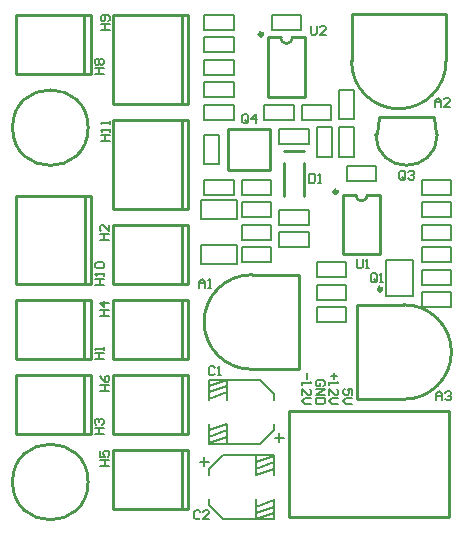
<source format=gto>
G04 Layer_Color=65535*
%FSLAX43Y43*%
%MOMM*%
G71*
G01*
G75*
%ADD20C,0.254*%
%ADD37C,0.300*%
%ADD38C,0.200*%
%ADD39C,0.152*%
%ADD40C,0.203*%
%ADD41C,0.127*%
D20*
X154400Y164640D02*
G03*
X162400Y164640I4000J-40D01*
G01*
X154745Y153300D02*
G03*
X155745Y153300I500J-10D01*
G01*
X148395Y166635D02*
G03*
X149395Y166635I500J-10D01*
G01*
X145960Y146545D02*
G03*
X145960Y138545I-40J-4000D01*
G01*
X156455Y158420D02*
G03*
X161655Y158420I2600J0D01*
G01*
X158815Y136005D02*
G03*
X158815Y144005I40J4000D01*
G01*
X132100Y129000D02*
G03*
X132100Y129000I-3200J0D01*
G01*
Y159000D02*
G03*
X132100Y159000I-3200J0D01*
G01*
X154400Y168600D02*
X162400D01*
X154400Y164640D02*
Y168600D01*
X162400Y164640D02*
Y168600D01*
X143970Y158850D02*
X147470D01*
X143970Y155450D02*
Y158850D01*
Y155450D02*
X147470D01*
Y158850D01*
X153645Y148300D02*
X156845D01*
X153645Y153300D02*
X154745D01*
X155745D02*
X156845D01*
X153645Y148300D02*
Y153300D01*
X156845Y148300D02*
Y153300D01*
X148680Y156985D02*
X150380D01*
Y153185D02*
Y156035D01*
X148680Y153185D02*
Y156035D01*
X150495Y161635D02*
Y166635D01*
X147295Y161635D02*
Y166635D01*
X149395D02*
X150495D01*
X147295D02*
X148395D01*
X147295Y161635D02*
X150495D01*
X149920Y138545D02*
Y146545D01*
X145960D02*
X149920D01*
X145960Y138545D02*
X149920D01*
X149130Y135020D02*
X162630D01*
X149130Y126020D02*
Y135020D01*
Y126020D02*
X162630D01*
Y135020D01*
X156455Y158420D02*
X156522Y158472D01*
X161588D02*
X161655Y158420D01*
X161405Y159920D02*
X161588Y158472D01*
X156522D02*
X156705Y159920D01*
X161405D01*
X154855Y136005D02*
Y144005D01*
Y136005D02*
X158815D01*
X154855Y144005D02*
X158815D01*
X134214Y139446D02*
X140564D01*
X134214Y144374D02*
X140564D01*
Y139446D02*
Y144374D01*
X134214Y139446D02*
Y144374D01*
X140005Y139446D02*
Y144374D01*
X134214Y133096D02*
X140564D01*
X134214Y138024D02*
X140564D01*
Y133096D02*
Y138024D01*
X134214Y133096D02*
Y138024D01*
X140005Y133096D02*
Y138024D01*
X134214Y126746D02*
X140564D01*
X134214Y131674D02*
X140564D01*
Y126746D02*
Y131674D01*
X134214Y126746D02*
Y131674D01*
X140005Y126746D02*
Y131674D01*
X125959Y133096D02*
X132309D01*
X125959Y138024D02*
X132309D01*
Y133096D02*
Y138024D01*
X125959Y133096D02*
Y138024D01*
X131750Y133096D02*
Y138024D01*
X125959Y139446D02*
X132309D01*
X125959Y144374D02*
X132309D01*
Y139446D02*
Y144374D01*
X125959Y139446D02*
Y144374D01*
X131750Y139446D02*
Y144374D01*
X126024Y145736D02*
X132374D01*
X126024Y153204D02*
X132374D01*
Y145736D02*
Y153204D01*
X126024Y145736D02*
Y153204D01*
X131815Y145736D02*
Y153204D01*
X134214Y145796D02*
X140564D01*
X134214Y150724D02*
X140564D01*
Y145796D02*
Y150724D01*
X134214Y145796D02*
Y150724D01*
X140005Y145796D02*
Y150724D01*
X134214Y152146D02*
X140564D01*
X134214Y159614D02*
X140564D01*
Y152146D02*
Y159614D01*
X134214Y152146D02*
Y159614D01*
X140005Y152146D02*
Y159614D01*
X134214Y161036D02*
X140564D01*
X134214Y168504D02*
X140564D01*
Y161036D02*
Y168504D01*
X134214Y161036D02*
Y168504D01*
X140005Y161036D02*
Y168504D01*
X125959Y163576D02*
X132309D01*
X125959Y168504D02*
X132309D01*
Y163576D02*
Y168504D01*
X125959Y163576D02*
Y168504D01*
X131750Y163576D02*
Y168504D01*
D37*
X156960Y145339D02*
G03*
X156960Y145339I-150J0D01*
G01*
X153220Y153575D02*
G03*
X153220Y153575I-150J0D01*
G01*
X146870Y166910D02*
G03*
X146870Y166910I-150J0D01*
G01*
D38*
X157310Y144739D02*
X159610D01*
Y147814D01*
X157310D02*
X159610D01*
X157310Y144739D02*
Y147814D01*
D39*
X151435Y159030D02*
X152705D01*
Y156540D02*
Y159030D01*
X151435Y156540D02*
X152705D01*
X151435D02*
Y159030D01*
X153340Y156540D02*
X154610D01*
X153340D02*
Y159030D01*
X154610D01*
Y156540D02*
Y159030D01*
X153340Y162205D02*
X154610D01*
Y159715D02*
Y162205D01*
X153340Y159715D02*
X154610D01*
X153340D02*
Y162205D01*
X141910Y155905D02*
X143180D01*
X141910D02*
Y158395D01*
X143180D01*
Y155905D02*
Y158395D01*
X150190Y159690D02*
Y160960D01*
X152680D01*
Y159690D02*
Y160960D01*
X150190Y159690D02*
X152680D01*
X147015D02*
Y160960D01*
X149505D01*
Y159690D02*
Y160960D01*
X147015Y159690D02*
X149505D01*
X148285Y157658D02*
Y158928D01*
X150775D01*
Y157658D02*
Y158928D01*
X148285Y157658D02*
X150775D01*
X154000Y154475D02*
Y155745D01*
X156490D01*
Y154475D02*
Y155745D01*
X154000Y154475D02*
X156490D01*
X147650Y167310D02*
Y168580D01*
X150140D01*
Y167310D02*
Y168580D01*
X147650Y167310D02*
X150140D01*
X141935Y165405D02*
Y166675D01*
X144425D01*
Y165405D02*
Y166675D01*
X141935Y165405D02*
X144425D01*
X141935Y167310D02*
Y168580D01*
X144425D01*
Y167310D02*
Y168580D01*
X141935Y167310D02*
X144425D01*
X141935Y163500D02*
Y164770D01*
X144425D01*
Y163500D02*
Y164770D01*
X141935Y163500D02*
X144425D01*
Y161595D02*
Y162865D01*
X141935Y161595D02*
X144425D01*
X141935D02*
Y162865D01*
X144425D01*
Y159690D02*
Y160960D01*
X141935Y159690D02*
X144425D01*
X141935D02*
Y160960D01*
X144425D01*
X141935Y153340D02*
Y154610D01*
X144425D01*
Y153340D02*
Y154610D01*
X141935Y153340D02*
X144425D01*
X141681Y147422D02*
Y149098D01*
Y147422D02*
X144679D01*
Y149098D01*
X141681D02*
X144679D01*
X150775Y150800D02*
Y152070D01*
X148285Y150800D02*
X150775D01*
X148285D02*
Y152070D01*
X150775D01*
X147600Y153340D02*
Y154610D01*
X145110Y153340D02*
X147600D01*
X145110D02*
Y154610D01*
X147600D01*
Y151435D02*
Y152705D01*
X145110Y151435D02*
X147600D01*
X145110D02*
Y152705D01*
X147600D01*
X150775Y148895D02*
Y150165D01*
X148285Y148895D02*
X150775D01*
X148285D02*
Y150165D01*
X150775D01*
X145110Y147625D02*
Y148895D01*
X147600D01*
Y147625D02*
Y148895D01*
X145110Y147625D02*
X147600D01*
X145110Y149530D02*
Y150800D01*
X147600D01*
Y149530D02*
Y150800D01*
X145110Y149530D02*
X147600D01*
X141681Y151232D02*
Y152908D01*
Y151232D02*
X144679D01*
Y152908D01*
X141681D02*
X144679D01*
X153950Y144450D02*
Y145720D01*
X151460Y144450D02*
X153950D01*
X151460D02*
Y145720D01*
X153950D01*
Y142545D02*
Y143815D01*
X151460Y142545D02*
X153950D01*
X151460D02*
Y143815D01*
X153950D01*
X151460Y146355D02*
Y147625D01*
X153950D01*
Y146355D02*
Y147625D01*
X151460Y146355D02*
X153950D01*
X162840Y143815D02*
Y145085D01*
X160350Y143815D02*
X162840D01*
X160350D02*
Y145085D01*
X162840D01*
Y153340D02*
Y154610D01*
X160350Y153340D02*
X162840D01*
X160350D02*
Y154610D01*
X162840D01*
Y151435D02*
Y152705D01*
X160350Y151435D02*
X162840D01*
X160350D02*
Y152705D01*
X162840D01*
X160350Y145720D02*
Y146990D01*
X162840D01*
Y145720D02*
Y146990D01*
X160350Y145720D02*
X162840D01*
X160350Y147625D02*
Y148895D01*
X162840D01*
Y147625D02*
Y148895D01*
X160350Y147625D02*
X162840D01*
X160350Y149530D02*
Y150800D01*
X162840D01*
Y149530D02*
Y150800D01*
X160350Y149530D02*
X162840D01*
D40*
X146628Y137675D02*
X147835Y136468D01*
X142335Y137675D02*
X146628D01*
X142335Y132175D02*
X146628D01*
X147835Y133382D01*
X147879Y132766D02*
X148641D01*
X148260Y132385D02*
Y133147D01*
X143891Y135941D02*
Y137675D01*
Y132175D02*
Y133909D01*
X142335Y137135D02*
X143891Y137675D01*
X142335Y136595D02*
X143891Y137135D01*
X142335Y136054D02*
X143891Y136595D01*
X142335Y132288D02*
X143891Y132829D01*
X142335D02*
X143891Y133369D01*
X142335D02*
X143891Y133909D01*
X147835Y135916D02*
Y136468D01*
Y133382D02*
Y133934D01*
X142335Y135916D02*
Y137675D01*
Y132175D02*
Y133934D01*
Y127032D02*
X143542Y125825D01*
X147835D01*
X143542Y131325D02*
X147835D01*
X142335Y130118D02*
X143542Y131325D01*
X141529Y130734D02*
X142291D01*
X141910Y130353D02*
Y131115D01*
X146279Y125825D02*
Y127559D01*
Y129591D02*
Y131325D01*
Y125825D02*
X147835Y126365D01*
X146279D02*
X147835Y126905D01*
X146279D02*
X147835Y127446D01*
X146279Y130671D02*
X147835Y131212D01*
X146279Y130131D02*
X147835Y130671D01*
X146279Y129591D02*
X147835Y130131D01*
X142335Y127032D02*
Y127584D01*
Y129566D02*
Y130118D01*
X147835Y125825D02*
Y127584D01*
Y129566D02*
Y131325D01*
D41*
X161443Y160782D02*
Y161290D01*
X161697Y161544D01*
X161950Y161290D01*
Y160782D01*
Y161163D01*
X161443D01*
X162712Y160782D02*
X162204D01*
X162712Y161290D01*
Y161417D01*
X162585Y161544D01*
X162331D01*
X162204Y161417D01*
X145644Y159512D02*
Y160020D01*
X145517Y160147D01*
X145263D01*
X145136Y160020D01*
Y159512D01*
X145263Y159385D01*
X145517D01*
X145390Y159639D02*
X145644Y159385D01*
X145517D02*
X145644Y159512D01*
X146278Y159385D02*
Y160147D01*
X145898Y159766D01*
X146405D01*
X156515Y146025D02*
Y146533D01*
X156388Y146660D01*
X156134D01*
X156007Y146533D01*
Y146025D01*
X156134Y145898D01*
X156388D01*
X156261Y146152D02*
X156515Y145898D01*
X156388D02*
X156515Y146025D01*
X156769Y145898D02*
X157023D01*
X156896D01*
Y146660D01*
X156769Y146533D01*
X154839Y147879D02*
Y147244D01*
X154966Y147117D01*
X155219D01*
X155346Y147244D01*
Y147879D01*
X155600Y147117D02*
X155854D01*
X155727D01*
Y147879D01*
X155600Y147752D01*
X150825Y155118D02*
Y154356D01*
X151206D01*
X151333Y154483D01*
Y154991D01*
X151206Y155118D01*
X150825D01*
X151587Y154356D02*
X151841D01*
X151714D01*
Y155118D01*
X151587Y154991D01*
X150952Y167640D02*
Y167005D01*
X151079Y166878D01*
X151333D01*
X151460Y167005D01*
Y167640D01*
X152222Y166878D02*
X151714D01*
X152222Y167386D01*
Y167513D01*
X152095Y167640D01*
X151841D01*
X151714Y167513D01*
X141504Y145441D02*
Y145948D01*
X141758Y146202D01*
X142011Y145948D01*
Y145441D01*
Y145821D01*
X141504D01*
X142265Y145441D02*
X142519D01*
X142392D01*
Y146202D01*
X142265Y146075D01*
X152019Y137109D02*
X152146Y137236D01*
Y137490D01*
X152019Y137617D01*
X151511D01*
X151384Y137490D01*
Y137236D01*
X151511Y137109D01*
X151765D01*
Y137363D01*
X151384Y136855D02*
X152146D01*
X151384Y136348D01*
X152146D01*
Y136094D02*
X151384D01*
Y135713D01*
X151511Y135586D01*
X152019D01*
X152146Y135713D01*
Y136094D01*
X150622Y138252D02*
Y137744D01*
X150241Y137490D02*
Y137237D01*
Y137363D01*
X151003D01*
X150876Y137490D01*
X150241Y136348D02*
Y136856D01*
X150749Y136348D01*
X150876D01*
X151003Y136475D01*
Y136729D01*
X150876Y136856D01*
X151003Y136094D02*
X150495D01*
X150241Y135840D01*
X150495Y135586D01*
X151003D01*
X152908Y138252D02*
Y137744D01*
X153162Y137998D02*
X152654D01*
X152527Y137490D02*
Y137237D01*
Y137363D01*
X153289D01*
X153162Y137490D01*
X152527Y136348D02*
Y136856D01*
X153035Y136348D01*
X153162D01*
X153289Y136475D01*
Y136729D01*
X153162Y136856D01*
X153289Y136094D02*
X152781D01*
X152527Y135840D01*
X152781Y135586D01*
X153289D01*
X154457Y136373D02*
Y136881D01*
X154076D01*
X154203Y136627D01*
Y136500D01*
X154076Y136373D01*
X153822D01*
X153695Y136500D01*
Y136754D01*
X153822Y136881D01*
X154457Y136119D02*
X153949D01*
X153695Y135865D01*
X153949Y135611D01*
X154457D01*
X158953Y154737D02*
Y155245D01*
X158826Y155372D01*
X158572D01*
X158445Y155245D01*
Y154737D01*
X158572Y154610D01*
X158826D01*
X158699Y154864D02*
X158953Y154610D01*
X158826D02*
X158953Y154737D01*
X159207Y155245D02*
X159334Y155372D01*
X159588D01*
X159715Y155245D01*
Y155118D01*
X159588Y154991D01*
X159461D01*
X159588D01*
X159715Y154864D01*
Y154737D01*
X159588Y154610D01*
X159334D01*
X159207Y154737D01*
X161570Y135941D02*
Y136449D01*
X161824Y136703D01*
X162077Y136449D01*
Y135941D01*
Y136322D01*
X161570D01*
X162331Y136576D02*
X162458Y136703D01*
X162712D01*
X162839Y136576D01*
Y136449D01*
X162712Y136322D01*
X162585D01*
X162712D01*
X162839Y136195D01*
Y136068D01*
X162712Y135941D01*
X162458D01*
X162331Y136068D01*
X142824Y138684D02*
X142697Y138811D01*
X142443D01*
X142316Y138684D01*
Y138176D01*
X142443Y138049D01*
X142697D01*
X142824Y138176D01*
X143078Y138049D02*
X143332D01*
X143205D01*
Y138811D01*
X143078Y138684D01*
X141605Y126467D02*
X141478Y126594D01*
X141224D01*
X141097Y126467D01*
Y125959D01*
X141224Y125832D01*
X141478D01*
X141605Y125959D01*
X142367Y125832D02*
X141859D01*
X142367Y126340D01*
Y126467D01*
X142240Y126594D01*
X141986D01*
X141859Y126467D01*
X133096Y143028D02*
X133858D01*
X133477D01*
Y143535D01*
X133096D01*
X133858D01*
Y144170D02*
X133096D01*
X133477Y143789D01*
Y144297D01*
X133122Y136728D02*
X133884D01*
X133503D01*
Y137236D01*
X133122D01*
X133884D01*
X133122Y137998D02*
X133249Y137744D01*
X133503Y137490D01*
X133757D01*
X133884Y137617D01*
Y137871D01*
X133757Y137998D01*
X133630D01*
X133503Y137871D01*
Y137490D01*
X133122Y130378D02*
X133884D01*
X133503D01*
Y130886D01*
X133122D01*
X133884D01*
X133122Y131648D02*
Y131140D01*
X133503D01*
X133376Y131394D01*
Y131521D01*
X133503Y131648D01*
X133757D01*
X133884Y131521D01*
Y131267D01*
X133757Y131140D01*
X132665Y133096D02*
X133426D01*
X133046D01*
Y133604D01*
X132665D01*
X133426D01*
X132792Y133858D02*
X132665Y133985D01*
Y134239D01*
X132792Y134366D01*
X132919D01*
X133046Y134239D01*
Y134112D01*
Y134239D01*
X133172Y134366D01*
X133299D01*
X133426Y134239D01*
Y133985D01*
X133299Y133858D01*
X132639Y139395D02*
X133401D01*
X133020D01*
Y139903D01*
X132639D01*
X133401D01*
Y140157D02*
Y140411D01*
Y140284D01*
X132639D01*
X132766Y140157D01*
X132715Y145720D02*
X133477D01*
X133096D01*
Y146228D01*
X132715D01*
X133477D01*
Y146482D02*
Y146736D01*
Y146609D01*
X132715D01*
X132842Y146482D01*
Y147117D02*
X132715Y147244D01*
Y147497D01*
X132842Y147624D01*
X133350D01*
X133477Y147497D01*
Y147244D01*
X133350Y147117D01*
X132842D01*
X133096Y149454D02*
X133858D01*
X133477D01*
Y149962D01*
X133096D01*
X133858D01*
Y150723D02*
Y150216D01*
X133350Y150723D01*
X133223D01*
X133096Y150596D01*
Y150343D01*
X133223Y150216D01*
X133173Y157912D02*
X133934D01*
X133554D01*
Y158420D01*
X133173D01*
X133934D01*
Y158674D02*
Y158928D01*
Y158801D01*
X133173D01*
X133300Y158674D01*
X133934Y159309D02*
Y159562D01*
Y159436D01*
X133173D01*
X133300Y159309D01*
X133147Y167259D02*
X133909D01*
X133528D01*
Y167767D01*
X133147D01*
X133909D01*
X133782Y168021D02*
X133909Y168148D01*
Y168402D01*
X133782Y168529D01*
X133274D01*
X133147Y168402D01*
Y168148D01*
X133274Y168021D01*
X133401D01*
X133528Y168148D01*
Y168529D01*
X132665Y163576D02*
X133426D01*
X133046D01*
Y164084D01*
X132665D01*
X133426D01*
X132792Y164338D02*
X132665Y164465D01*
Y164719D01*
X132792Y164846D01*
X132919D01*
X133046Y164719D01*
X133172Y164846D01*
X133299D01*
X133426Y164719D01*
Y164465D01*
X133299Y164338D01*
X133172D01*
X133046Y164465D01*
X132919Y164338D01*
X132792D01*
X133046Y164465D02*
Y164719D01*
M02*

</source>
